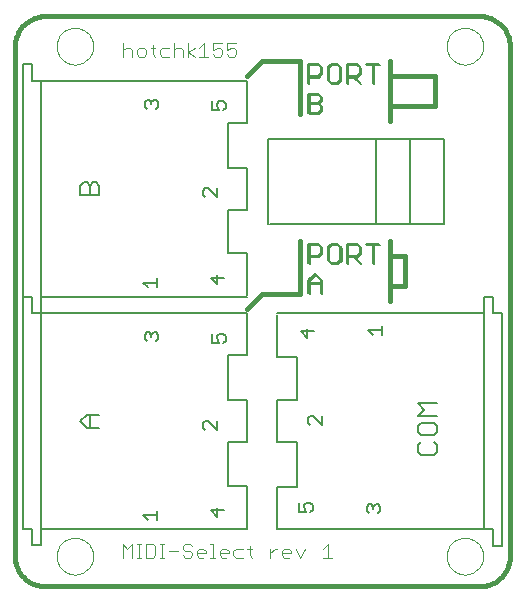
<source format=gto>
G75*
G70*
%OFA0B0*%
%FSLAX24Y24*%
%IPPOS*%
%LPD*%
%AMOC8*
5,1,8,0,0,1.08239X$1,22.5*
%
%ADD10C,0.0000*%
%ADD11C,0.0160*%
%ADD12C,0.0060*%
%ADD13C,0.0040*%
%ADD14C,0.0050*%
%ADD15C,0.0070*%
D10*
X002118Y001728D02*
X002120Y001777D01*
X002126Y001826D01*
X002136Y001874D01*
X002149Y001921D01*
X002167Y001967D01*
X002188Y002011D01*
X002212Y002054D01*
X002240Y002094D01*
X002271Y002133D01*
X002305Y002168D01*
X002342Y002201D01*
X002381Y002230D01*
X002423Y002256D01*
X002466Y002279D01*
X002512Y002298D01*
X002558Y002314D01*
X002606Y002326D01*
X002654Y002334D01*
X002703Y002338D01*
X002753Y002338D01*
X002802Y002334D01*
X002850Y002326D01*
X002898Y002314D01*
X002944Y002298D01*
X002990Y002279D01*
X003033Y002256D01*
X003075Y002230D01*
X003114Y002201D01*
X003151Y002168D01*
X003185Y002133D01*
X003216Y002094D01*
X003244Y002054D01*
X003268Y002011D01*
X003289Y001967D01*
X003307Y001921D01*
X003320Y001874D01*
X003330Y001826D01*
X003336Y001777D01*
X003338Y001728D01*
X003336Y001679D01*
X003330Y001630D01*
X003320Y001582D01*
X003307Y001535D01*
X003289Y001489D01*
X003268Y001445D01*
X003244Y001402D01*
X003216Y001362D01*
X003185Y001323D01*
X003151Y001288D01*
X003114Y001255D01*
X003075Y001226D01*
X003033Y001200D01*
X002990Y001177D01*
X002944Y001158D01*
X002898Y001142D01*
X002850Y001130D01*
X002802Y001122D01*
X002753Y001118D01*
X002703Y001118D01*
X002654Y001122D01*
X002606Y001130D01*
X002558Y001142D01*
X002512Y001158D01*
X002466Y001177D01*
X002423Y001200D01*
X002381Y001226D01*
X002342Y001255D01*
X002305Y001288D01*
X002271Y001323D01*
X002240Y001362D01*
X002212Y001402D01*
X002188Y001445D01*
X002167Y001489D01*
X002149Y001535D01*
X002136Y001582D01*
X002126Y001630D01*
X002120Y001679D01*
X002118Y001728D01*
X015118Y001728D02*
X015120Y001777D01*
X015126Y001826D01*
X015136Y001874D01*
X015149Y001921D01*
X015167Y001967D01*
X015188Y002011D01*
X015212Y002054D01*
X015240Y002094D01*
X015271Y002133D01*
X015305Y002168D01*
X015342Y002201D01*
X015381Y002230D01*
X015423Y002256D01*
X015466Y002279D01*
X015512Y002298D01*
X015558Y002314D01*
X015606Y002326D01*
X015654Y002334D01*
X015703Y002338D01*
X015753Y002338D01*
X015802Y002334D01*
X015850Y002326D01*
X015898Y002314D01*
X015944Y002298D01*
X015990Y002279D01*
X016033Y002256D01*
X016075Y002230D01*
X016114Y002201D01*
X016151Y002168D01*
X016185Y002133D01*
X016216Y002094D01*
X016244Y002054D01*
X016268Y002011D01*
X016289Y001967D01*
X016307Y001921D01*
X016320Y001874D01*
X016330Y001826D01*
X016336Y001777D01*
X016338Y001728D01*
X016336Y001679D01*
X016330Y001630D01*
X016320Y001582D01*
X016307Y001535D01*
X016289Y001489D01*
X016268Y001445D01*
X016244Y001402D01*
X016216Y001362D01*
X016185Y001323D01*
X016151Y001288D01*
X016114Y001255D01*
X016075Y001226D01*
X016033Y001200D01*
X015990Y001177D01*
X015944Y001158D01*
X015898Y001142D01*
X015850Y001130D01*
X015802Y001122D01*
X015753Y001118D01*
X015703Y001118D01*
X015654Y001122D01*
X015606Y001130D01*
X015558Y001142D01*
X015512Y001158D01*
X015466Y001177D01*
X015423Y001200D01*
X015381Y001226D01*
X015342Y001255D01*
X015305Y001288D01*
X015271Y001323D01*
X015240Y001362D01*
X015212Y001402D01*
X015188Y001445D01*
X015167Y001489D01*
X015149Y001535D01*
X015136Y001582D01*
X015126Y001630D01*
X015120Y001679D01*
X015118Y001728D01*
X015118Y018728D02*
X015120Y018777D01*
X015126Y018826D01*
X015136Y018874D01*
X015149Y018921D01*
X015167Y018967D01*
X015188Y019011D01*
X015212Y019054D01*
X015240Y019094D01*
X015271Y019133D01*
X015305Y019168D01*
X015342Y019201D01*
X015381Y019230D01*
X015423Y019256D01*
X015466Y019279D01*
X015512Y019298D01*
X015558Y019314D01*
X015606Y019326D01*
X015654Y019334D01*
X015703Y019338D01*
X015753Y019338D01*
X015802Y019334D01*
X015850Y019326D01*
X015898Y019314D01*
X015944Y019298D01*
X015990Y019279D01*
X016033Y019256D01*
X016075Y019230D01*
X016114Y019201D01*
X016151Y019168D01*
X016185Y019133D01*
X016216Y019094D01*
X016244Y019054D01*
X016268Y019011D01*
X016289Y018967D01*
X016307Y018921D01*
X016320Y018874D01*
X016330Y018826D01*
X016336Y018777D01*
X016338Y018728D01*
X016336Y018679D01*
X016330Y018630D01*
X016320Y018582D01*
X016307Y018535D01*
X016289Y018489D01*
X016268Y018445D01*
X016244Y018402D01*
X016216Y018362D01*
X016185Y018323D01*
X016151Y018288D01*
X016114Y018255D01*
X016075Y018226D01*
X016033Y018200D01*
X015990Y018177D01*
X015944Y018158D01*
X015898Y018142D01*
X015850Y018130D01*
X015802Y018122D01*
X015753Y018118D01*
X015703Y018118D01*
X015654Y018122D01*
X015606Y018130D01*
X015558Y018142D01*
X015512Y018158D01*
X015466Y018177D01*
X015423Y018200D01*
X015381Y018226D01*
X015342Y018255D01*
X015305Y018288D01*
X015271Y018323D01*
X015240Y018362D01*
X015212Y018402D01*
X015188Y018445D01*
X015167Y018489D01*
X015149Y018535D01*
X015136Y018582D01*
X015126Y018630D01*
X015120Y018679D01*
X015118Y018728D01*
X002118Y018728D02*
X002120Y018777D01*
X002126Y018826D01*
X002136Y018874D01*
X002149Y018921D01*
X002167Y018967D01*
X002188Y019011D01*
X002212Y019054D01*
X002240Y019094D01*
X002271Y019133D01*
X002305Y019168D01*
X002342Y019201D01*
X002381Y019230D01*
X002423Y019256D01*
X002466Y019279D01*
X002512Y019298D01*
X002558Y019314D01*
X002606Y019326D01*
X002654Y019334D01*
X002703Y019338D01*
X002753Y019338D01*
X002802Y019334D01*
X002850Y019326D01*
X002898Y019314D01*
X002944Y019298D01*
X002990Y019279D01*
X003033Y019256D01*
X003075Y019230D01*
X003114Y019201D01*
X003151Y019168D01*
X003185Y019133D01*
X003216Y019094D01*
X003244Y019054D01*
X003268Y019011D01*
X003289Y018967D01*
X003307Y018921D01*
X003320Y018874D01*
X003330Y018826D01*
X003336Y018777D01*
X003338Y018728D01*
X003336Y018679D01*
X003330Y018630D01*
X003320Y018582D01*
X003307Y018535D01*
X003289Y018489D01*
X003268Y018445D01*
X003244Y018402D01*
X003216Y018362D01*
X003185Y018323D01*
X003151Y018288D01*
X003114Y018255D01*
X003075Y018226D01*
X003033Y018200D01*
X002990Y018177D01*
X002944Y018158D01*
X002898Y018142D01*
X002850Y018130D01*
X002802Y018122D01*
X002753Y018118D01*
X002703Y018118D01*
X002654Y018122D01*
X002606Y018130D01*
X002558Y018142D01*
X002512Y018158D01*
X002466Y018177D01*
X002423Y018200D01*
X002381Y018226D01*
X002342Y018255D01*
X002305Y018288D01*
X002271Y018323D01*
X002240Y018362D01*
X002212Y018402D01*
X002188Y018445D01*
X002167Y018489D01*
X002149Y018535D01*
X002136Y018582D01*
X002126Y018630D01*
X002120Y018679D01*
X002118Y018728D01*
D11*
X000728Y018728D02*
X000728Y001728D01*
X000730Y001668D01*
X000735Y001607D01*
X000744Y001548D01*
X000757Y001489D01*
X000773Y001431D01*
X000793Y001373D01*
X000816Y001318D01*
X000843Y001263D01*
X000872Y001211D01*
X000905Y001160D01*
X000941Y001111D01*
X000979Y001065D01*
X001021Y001021D01*
X001065Y000979D01*
X001111Y000941D01*
X001160Y000905D01*
X001211Y000872D01*
X001263Y000843D01*
X001318Y000816D01*
X001373Y000793D01*
X001431Y000773D01*
X001489Y000757D01*
X001548Y000744D01*
X001607Y000735D01*
X001668Y000730D01*
X001728Y000728D01*
X016228Y000728D01*
X016291Y000730D01*
X016353Y000736D01*
X016415Y000746D01*
X016477Y000759D01*
X016537Y000777D01*
X016596Y000798D01*
X016654Y000823D01*
X016710Y000852D01*
X016764Y000884D01*
X016816Y000919D01*
X016865Y000957D01*
X016913Y000999D01*
X016957Y001043D01*
X016999Y001091D01*
X017037Y001140D01*
X017072Y001192D01*
X017104Y001246D01*
X017133Y001302D01*
X017158Y001360D01*
X017179Y001419D01*
X017197Y001479D01*
X017210Y001541D01*
X017220Y001603D01*
X017226Y001665D01*
X017228Y001728D01*
X017228Y018728D01*
X017226Y018788D01*
X017221Y018849D01*
X017212Y018908D01*
X017199Y018967D01*
X017183Y019026D01*
X017163Y019083D01*
X017140Y019138D01*
X017113Y019193D01*
X017084Y019245D01*
X017051Y019296D01*
X017015Y019345D01*
X016977Y019391D01*
X016935Y019435D01*
X016891Y019477D01*
X016845Y019515D01*
X016796Y019551D01*
X016745Y019584D01*
X016693Y019613D01*
X016638Y019640D01*
X016583Y019663D01*
X016526Y019683D01*
X016467Y019699D01*
X016408Y019712D01*
X016349Y019721D01*
X016288Y019726D01*
X016228Y019728D01*
X001728Y019728D01*
X001668Y019726D01*
X001607Y019721D01*
X001548Y019712D01*
X001489Y019699D01*
X001431Y019683D01*
X001373Y019663D01*
X001318Y019640D01*
X001263Y019613D01*
X001211Y019584D01*
X001160Y019551D01*
X001111Y019515D01*
X001065Y019477D01*
X001021Y019435D01*
X000979Y019391D01*
X000941Y019345D01*
X000905Y019296D01*
X000872Y019245D01*
X000843Y019193D01*
X000816Y019138D01*
X000793Y019083D01*
X000773Y019025D01*
X000757Y018967D01*
X000744Y018908D01*
X000735Y018849D01*
X000730Y018788D01*
X000728Y018728D01*
X008478Y017728D02*
X008978Y018228D01*
X010228Y018228D01*
X010228Y016478D01*
X013228Y016728D02*
X013228Y016228D01*
X013228Y016728D02*
X014728Y016728D01*
X014728Y017728D01*
X013228Y017728D01*
X013228Y016728D01*
X013228Y017728D02*
X013228Y018228D01*
X013228Y012228D02*
X013228Y011728D01*
X013728Y011728D01*
X013728Y010728D01*
X013228Y010728D01*
X013228Y010228D01*
X013228Y010728D02*
X013228Y011728D01*
X010228Y012228D02*
X010228Y010478D01*
X008978Y010478D01*
X008478Y009978D01*
D12*
X010508Y010508D02*
X010508Y010935D01*
X010721Y011148D01*
X010935Y010935D01*
X010935Y010508D01*
X010975Y010468D02*
X010975Y010895D01*
X010761Y011108D01*
X010548Y010895D01*
X010548Y010468D01*
X010548Y010788D02*
X010975Y010788D01*
X010935Y010828D02*
X010508Y010828D01*
X010548Y011478D02*
X010548Y012118D01*
X010868Y012118D01*
X010975Y012012D01*
X010975Y011798D01*
X010868Y011691D01*
X010548Y011691D01*
X010508Y011721D02*
X010828Y011721D01*
X010935Y011828D01*
X010935Y012042D01*
X010828Y012148D01*
X010508Y012148D01*
X010508Y011508D01*
X011152Y011615D02*
X011259Y011508D01*
X011473Y011508D01*
X011579Y011615D01*
X011579Y012042D01*
X011473Y012148D01*
X011259Y012148D01*
X011152Y012042D01*
X011152Y011615D01*
X011192Y011585D02*
X011299Y011478D01*
X011513Y011478D01*
X011619Y011585D01*
X011619Y012012D01*
X011513Y012118D01*
X011299Y012118D01*
X011192Y012012D01*
X011192Y011585D01*
X011797Y011508D02*
X011797Y012148D01*
X012117Y012148D01*
X012224Y012042D01*
X012224Y011828D01*
X012117Y011721D01*
X011797Y011721D01*
X011837Y011691D02*
X012157Y011691D01*
X012264Y011798D01*
X012264Y012012D01*
X012157Y012118D01*
X011837Y012118D01*
X011837Y011478D01*
X012010Y011721D02*
X012224Y011508D01*
X012264Y011478D02*
X012050Y011691D01*
X012441Y012148D02*
X012868Y012148D01*
X012908Y012118D02*
X012481Y012118D01*
X012655Y012148D02*
X012655Y011508D01*
X012695Y011478D02*
X012695Y012118D01*
X010868Y016478D02*
X010548Y016478D01*
X010548Y017118D01*
X010868Y017118D01*
X010975Y017012D01*
X010975Y016905D01*
X010868Y016798D01*
X010548Y016798D01*
X010508Y016828D02*
X010828Y016828D01*
X010935Y016721D01*
X010935Y016615D01*
X010828Y016508D01*
X010508Y016508D01*
X010508Y017148D01*
X010828Y017148D01*
X010935Y017042D01*
X010935Y016935D01*
X010828Y016828D01*
X010868Y016798D02*
X010975Y016691D01*
X010975Y016585D01*
X010868Y016478D01*
X010538Y017468D02*
X010538Y018108D01*
X010858Y018108D01*
X010965Y018002D01*
X010965Y017788D01*
X010858Y017681D01*
X010538Y017681D01*
X010508Y017721D02*
X010828Y017721D01*
X010935Y017828D01*
X010935Y018042D01*
X010828Y018148D01*
X010508Y018148D01*
X010508Y017508D01*
X011152Y017615D02*
X011259Y017508D01*
X011473Y017508D01*
X011579Y017615D01*
X011579Y018042D01*
X011473Y018148D01*
X011259Y018148D01*
X011152Y018042D01*
X011152Y017615D01*
X011182Y017575D02*
X011289Y017468D01*
X011503Y017468D01*
X011609Y017575D01*
X011609Y018002D01*
X011503Y018108D01*
X011289Y018108D01*
X011182Y018002D01*
X011182Y017575D01*
X011797Y017508D02*
X011797Y018148D01*
X012117Y018148D01*
X012224Y018042D01*
X012224Y017828D01*
X012117Y017721D01*
X011797Y017721D01*
X011827Y017681D02*
X012147Y017681D01*
X012254Y017788D01*
X012254Y018002D01*
X012147Y018108D01*
X011827Y018108D01*
X011827Y017468D01*
X012010Y017721D02*
X012224Y017508D01*
X012254Y017468D02*
X012040Y017681D01*
X012471Y018108D02*
X012898Y018108D01*
X012868Y018148D02*
X012441Y018148D01*
X012655Y018148D02*
X012655Y017508D01*
X012685Y017468D02*
X012685Y018108D01*
D13*
X008097Y018455D02*
X008021Y018378D01*
X007867Y018378D01*
X007791Y018455D01*
X007791Y018608D02*
X007944Y018685D01*
X008021Y018685D01*
X008097Y018608D01*
X008097Y018455D01*
X007791Y018608D02*
X007791Y018838D01*
X008097Y018838D01*
X007637Y018838D02*
X007330Y018838D01*
X007330Y018608D01*
X007484Y018685D01*
X007560Y018685D01*
X007637Y018608D01*
X007637Y018455D01*
X007560Y018378D01*
X007407Y018378D01*
X007330Y018455D01*
X007177Y018378D02*
X006870Y018378D01*
X007023Y018378D02*
X007023Y018838D01*
X006870Y018685D01*
X006716Y018685D02*
X006486Y018531D01*
X006716Y018378D01*
X006486Y018378D02*
X006486Y018838D01*
X006333Y018608D02*
X006333Y018378D01*
X006333Y018608D02*
X006256Y018685D01*
X006103Y018685D01*
X006026Y018608D01*
X005872Y018685D02*
X005642Y018685D01*
X005565Y018608D01*
X005565Y018455D01*
X005642Y018378D01*
X005872Y018378D01*
X006026Y018378D02*
X006026Y018838D01*
X005412Y018685D02*
X005259Y018685D01*
X005335Y018761D02*
X005335Y018455D01*
X005412Y018378D01*
X005105Y018455D02*
X005028Y018378D01*
X004875Y018378D01*
X004798Y018455D01*
X004798Y018608D01*
X004875Y018685D01*
X005028Y018685D01*
X005105Y018608D01*
X005105Y018455D01*
X004645Y018378D02*
X004645Y018608D01*
X004568Y018685D01*
X004415Y018685D01*
X004338Y018608D01*
X004338Y018838D02*
X004338Y018378D01*
X004328Y002138D02*
X004481Y001985D01*
X004635Y002138D01*
X004635Y001678D01*
X004788Y001678D02*
X004942Y001678D01*
X004865Y001678D02*
X004865Y002138D01*
X004788Y002138D02*
X004942Y002138D01*
X005095Y002138D02*
X005325Y002138D01*
X005402Y002061D01*
X005402Y001755D01*
X005325Y001678D01*
X005095Y001678D01*
X005095Y002138D01*
X005555Y002138D02*
X005709Y002138D01*
X005632Y002138D02*
X005632Y001678D01*
X005555Y001678D02*
X005709Y001678D01*
X005862Y001908D02*
X006169Y001908D01*
X006323Y001985D02*
X006323Y002061D01*
X006399Y002138D01*
X006553Y002138D01*
X006630Y002061D01*
X006553Y001908D02*
X006399Y001908D01*
X006323Y001985D01*
X006323Y001755D02*
X006399Y001678D01*
X006553Y001678D01*
X006630Y001755D01*
X006630Y001831D01*
X006553Y001908D01*
X006783Y001908D02*
X006783Y001755D01*
X006860Y001678D01*
X007013Y001678D01*
X007090Y001831D02*
X006783Y001831D01*
X006783Y001908D02*
X006860Y001985D01*
X007013Y001985D01*
X007090Y001908D01*
X007090Y001831D01*
X007243Y001678D02*
X007397Y001678D01*
X007320Y001678D02*
X007320Y002138D01*
X007243Y002138D01*
X007550Y001908D02*
X007550Y001755D01*
X007627Y001678D01*
X007780Y001678D01*
X007857Y001831D02*
X007550Y001831D01*
X007550Y001908D02*
X007627Y001985D01*
X007780Y001985D01*
X007857Y001908D01*
X007857Y001831D01*
X008011Y001755D02*
X008011Y001908D01*
X008087Y001985D01*
X008318Y001985D01*
X008471Y001985D02*
X008624Y001985D01*
X008548Y002061D02*
X008548Y001755D01*
X008624Y001678D01*
X008318Y001678D02*
X008087Y001678D01*
X008011Y001755D01*
X009238Y001831D02*
X009392Y001985D01*
X009468Y001985D01*
X009622Y001908D02*
X009622Y001755D01*
X009699Y001678D01*
X009852Y001678D01*
X009929Y001831D02*
X009929Y001908D01*
X009852Y001985D01*
X009699Y001985D01*
X009622Y001908D01*
X009622Y001831D02*
X009929Y001831D01*
X010082Y001985D02*
X010236Y001678D01*
X010389Y001985D01*
X011003Y001985D02*
X011156Y002138D01*
X011156Y001678D01*
X011003Y001678D02*
X011310Y001678D01*
X009238Y001678D02*
X009238Y001985D01*
X004328Y002138D02*
X004328Y001678D01*
D14*
X005153Y002943D02*
X005003Y003093D01*
X005453Y003093D01*
X005453Y002943D02*
X005453Y003243D01*
X007253Y003268D02*
X007478Y003043D01*
X007478Y003343D01*
X007703Y003268D02*
X007253Y003268D01*
X007828Y004078D02*
X008478Y004078D01*
X008478Y002678D01*
X008478Y002628D02*
X001594Y002628D01*
X001598Y002629D02*
X001599Y002622D01*
X001599Y002089D01*
X001582Y002086D02*
X001299Y002086D01*
X001299Y002629D01*
X000991Y002629D01*
X000992Y002629D02*
X000992Y009826D01*
X000991Y009826D02*
X000991Y010365D01*
X000992Y010370D02*
X000992Y010377D01*
X001291Y010377D01*
X001291Y009826D01*
X001590Y009826D01*
X001591Y009834D02*
X001598Y009834D01*
X001598Y002629D01*
X007003Y006018D02*
X007078Y005943D01*
X007003Y006018D02*
X007003Y006168D01*
X007078Y006243D01*
X007153Y006243D01*
X007453Y005943D01*
X007453Y006243D01*
X007828Y006928D02*
X008478Y006928D01*
X008478Y005528D01*
X007828Y005528D01*
X007828Y004078D01*
X009478Y004028D02*
X009478Y002628D01*
X016378Y002628D01*
X016366Y002629D02*
X016665Y002629D01*
X016665Y002078D01*
X016964Y002078D01*
X016964Y002086D01*
X016965Y002091D02*
X016965Y002629D01*
X016964Y002629D02*
X016964Y009826D01*
X016965Y009826D02*
X016657Y009826D01*
X016657Y010370D01*
X016374Y010370D01*
X016357Y010366D02*
X016357Y009834D01*
X016358Y009826D01*
X016358Y002622D01*
X016365Y002622D01*
X012903Y003228D02*
X012828Y003153D01*
X012903Y003228D02*
X012903Y003378D01*
X012828Y003453D01*
X012753Y003453D01*
X012678Y003378D01*
X012678Y003303D01*
X012678Y003378D02*
X012603Y003453D01*
X012528Y003453D01*
X012453Y003378D01*
X012453Y003228D01*
X012528Y003153D01*
X010653Y003278D02*
X010578Y003203D01*
X010653Y003278D02*
X010653Y003428D01*
X010578Y003503D01*
X010428Y003503D01*
X010353Y003428D01*
X010353Y003353D01*
X010428Y003203D01*
X010203Y003203D01*
X010203Y003503D01*
X010128Y004028D02*
X009478Y004028D01*
X010128Y004028D02*
X010128Y005528D01*
X009478Y005528D01*
X009478Y006928D01*
X010128Y006928D01*
X010128Y008378D01*
X009478Y008378D01*
X009478Y009778D01*
X009478Y009828D02*
X016362Y009828D01*
X015044Y012811D02*
X013903Y012811D01*
X013903Y015645D01*
X015044Y015645D01*
X015044Y015015D01*
X015044Y012811D01*
X013903Y012811D02*
X009218Y012811D01*
X009178Y012811D02*
X009178Y015645D01*
X012761Y015645D01*
X012761Y012811D01*
X012761Y015645D02*
X013903Y015645D01*
X008478Y016178D02*
X007828Y016178D01*
X007828Y014678D01*
X008478Y014678D01*
X008478Y013278D01*
X007828Y013278D01*
X007828Y011828D01*
X008478Y011828D01*
X008478Y010428D01*
X008478Y010378D02*
X001594Y010378D01*
X001598Y010379D02*
X001599Y010372D01*
X001599Y009839D01*
X001582Y009836D02*
X001299Y009836D01*
X001299Y010379D01*
X000991Y010379D01*
X000992Y010379D02*
X000992Y017576D01*
X000991Y017576D02*
X000991Y018115D01*
X000992Y018120D02*
X000992Y018127D01*
X001291Y018127D01*
X001291Y017576D01*
X001590Y017576D01*
X001591Y017584D02*
X001598Y017584D01*
X001598Y010379D01*
X001578Y009828D02*
X008478Y009828D01*
X008478Y008428D01*
X007828Y008428D01*
X007828Y006928D01*
X007678Y008843D02*
X007753Y008918D01*
X007753Y009068D01*
X007678Y009143D01*
X007528Y009143D01*
X007453Y009068D01*
X007453Y008993D01*
X007528Y008843D01*
X007303Y008843D01*
X007303Y009143D01*
X007478Y010793D02*
X007478Y011093D01*
X007703Y011018D02*
X007253Y011018D01*
X007478Y010793D01*
X005453Y010843D02*
X005003Y010843D01*
X005153Y010693D01*
X005453Y010693D02*
X005453Y010993D01*
X005428Y009193D02*
X005353Y009193D01*
X005278Y009118D01*
X005278Y009043D01*
X005278Y009118D02*
X005203Y009193D01*
X005128Y009193D01*
X005053Y009118D01*
X005053Y008968D01*
X005128Y008893D01*
X005428Y008893D02*
X005503Y008968D01*
X005503Y009118D01*
X005428Y009193D01*
X007078Y013693D02*
X007003Y013768D01*
X007003Y013918D01*
X007078Y013993D01*
X007153Y013993D01*
X007453Y013693D01*
X007453Y013993D01*
X008478Y016178D02*
X008478Y017578D01*
X001578Y017578D01*
X005053Y016868D02*
X005053Y016718D01*
X005128Y016643D01*
X005278Y016793D02*
X005278Y016868D01*
X005353Y016943D01*
X005428Y016943D01*
X005503Y016868D01*
X005503Y016718D01*
X005428Y016643D01*
X005278Y016868D02*
X005203Y016943D01*
X005128Y016943D01*
X005053Y016868D01*
X007303Y016893D02*
X007303Y016593D01*
X007528Y016593D01*
X007453Y016743D01*
X007453Y016818D01*
X007528Y016893D01*
X007678Y016893D01*
X007753Y016818D01*
X007753Y016668D01*
X007678Y016593D01*
X010253Y009228D02*
X010478Y009003D01*
X010478Y009303D01*
X010703Y009228D02*
X010253Y009228D01*
X012503Y009253D02*
X012953Y009253D01*
X012953Y009103D02*
X012953Y009403D01*
X012653Y009103D02*
X012503Y009253D01*
X010953Y006403D02*
X010953Y006103D01*
X010653Y006403D01*
X010578Y006403D01*
X010503Y006328D01*
X010503Y006178D01*
X010578Y006103D01*
D15*
X014162Y006073D02*
X014162Y005862D01*
X014267Y005757D01*
X014688Y005757D01*
X014793Y005862D01*
X014793Y006073D01*
X014688Y006178D01*
X014267Y006178D01*
X014162Y006073D01*
X014162Y006402D02*
X014373Y006612D01*
X014162Y006822D01*
X014793Y006822D01*
X014793Y006402D02*
X014162Y006402D01*
X014267Y005533D02*
X014162Y005428D01*
X014162Y005218D01*
X014267Y005113D01*
X014688Y005113D01*
X014793Y005218D01*
X014793Y005428D01*
X014688Y005533D01*
X003543Y006018D02*
X003123Y006018D01*
X002912Y006229D01*
X003123Y006439D01*
X003543Y006439D01*
X003228Y006439D02*
X003228Y006018D01*
X003228Y013768D02*
X003228Y014084D01*
X003333Y014189D01*
X003438Y014189D01*
X003543Y014084D01*
X003543Y013768D01*
X002912Y013768D01*
X002912Y014084D01*
X003017Y014189D01*
X003123Y014189D01*
X003228Y014084D01*
M02*

</source>
